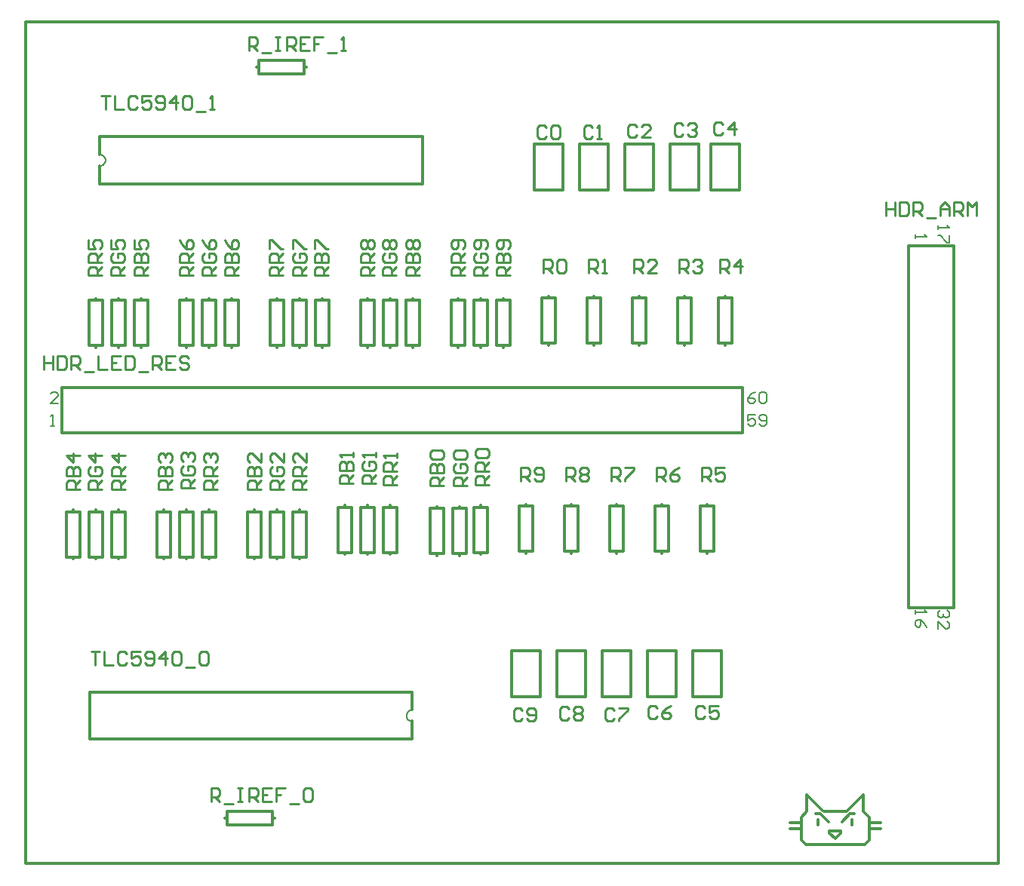
<source format=gto>
%FSTAX23Y23*%
%MOIN*%
%SFA1B1*%

%IPPOS*%
%ADD21C,0.007870*%
%ADD22C,0.012000*%
%ADD23C,0.010000*%
%ADD24C,0.008000*%
%LNtlc5940controlboard-1*%
%LPD*%
G54D21*
X03757Y042D02*
D01*
X03755Y04199*
X03754Y04199*
X03752Y04199*
X0375Y04199*
X03749Y04198*
X03747Y04197*
X03745Y04197*
X03744Y04196*
X03742Y04195*
X03741Y04194*
X0374Y04192*
X03739Y04191*
X03737Y0419*
X03736Y04188*
X03735Y04187*
X03735Y04185*
X03734Y04184*
X03733Y04182*
X03733Y04181*
X03732Y04179*
X03732Y04177*
X03732Y04175*
Y04174*
X03732Y04172*
X03732Y0417*
X03733Y04168*
X03733Y04167*
X03734Y04165*
X03735Y04164*
X03735Y04162*
X03736Y04161*
X03737Y04159*
X03739Y04158*
X0374Y04157*
X03741Y04155*
X03742Y04154*
X03744Y04153*
X03745Y04152*
X03747Y04152*
X03749Y04151*
X0375Y0415*
X03752Y0415*
X03754Y0415*
X03755Y0415*
X03757Y0415*
X02377Y06605D02*
D01*
X02379Y06605*
X0238Y06605*
X02382Y06605*
X02384Y06605*
X02385Y06606*
X02387Y06607*
X02389Y06607*
X0239Y06608*
X02392Y06609*
X02393Y0661*
X02394Y06612*
X02395Y06613*
X02397Y06614*
X02398Y06616*
X02399Y06617*
X02399Y06619*
X024Y0662*
X02401Y06622*
X02401Y06623*
X02402Y06625*
X02402Y06627*
X02402Y06629*
Y0663*
X02402Y06632*
X02402Y06634*
X02401Y06636*
X02401Y06637*
X024Y06639*
X02399Y0664*
X02399Y06642*
X02398Y06643*
X02397Y06645*
X02395Y06646*
X02394Y06647*
X02393Y06649*
X02392Y0665*
X0239Y06651*
X02389Y06652*
X02387Y06652*
X02385Y06653*
X02384Y06654*
X02382Y06654*
X0238Y06654*
X02379Y06654*
X02377Y06655*
G54D22*
X0615Y0465D02*
Y0625D01*
X0595Y0465D02*
X0615D01*
X0595D02*
Y0625D01*
X0615*
X03757Y042D02*
Y04279D01*
Y0407D02*
Y0415D01*
X02332Y0407D02*
Y04279D01*
X03757*
X02332Y0407D02*
X03757D01*
X05077Y06499D02*
Y067D01*
X05202Y06499D02*
Y067D01*
X05077D02*
X05202D01*
X05077Y06499D02*
X05202D01*
X04897D02*
Y067D01*
X05022Y06499D02*
Y067D01*
X04897D02*
X05022D01*
X04897Y06499D02*
X05022D01*
X04697D02*
Y067D01*
X04822Y06499D02*
Y067D01*
X04697D02*
X04822D01*
X04697Y06499D02*
X04822D01*
X04497D02*
Y067D01*
X04622Y06499D02*
Y067D01*
X04497D02*
X04622D01*
X04497Y06499D02*
X04622D01*
X04297D02*
Y067D01*
X04422Y06499D02*
Y067D01*
X04297D02*
X04422D01*
X04297Y06499D02*
X04422D01*
X05122Y04259D02*
Y0446D01*
X04997Y04259D02*
Y0446D01*
Y04259D02*
X05122D01*
X04997Y0446D02*
X05122D01*
X04922Y04259D02*
Y0446D01*
X04797Y04259D02*
Y0446D01*
Y04259D02*
X04922D01*
X04797Y0446D02*
X04922D01*
X04322Y04259D02*
Y0446D01*
X04197Y04259D02*
Y0446D01*
Y04259D02*
X04322D01*
X04197Y0446D02*
X04322D01*
X04522Y04259D02*
Y0446D01*
X04397Y04259D02*
Y0446D01*
Y04259D02*
X04522D01*
X04397Y0446D02*
X04522D01*
X04722Y04259D02*
Y0446D01*
X04597Y04259D02*
Y0446D01*
Y04259D02*
X04722D01*
X04597Y0446D02*
X04722D01*
X0205Y0352D02*
Y0724D01*
X06345*
Y0352D02*
Y0724D01*
X0205Y0352D02*
X06345D01*
X0276Y05801D02*
Y0581D01*
Y0601D02*
Y06019D01*
X0273Y0581D02*
X0276D01*
X0273D02*
Y0601D01*
X0279*
Y0581D02*
Y0601D01*
X0276Y0581D02*
X0279D01*
X0256Y05801D02*
Y0581D01*
Y0601D02*
Y06019D01*
X0253Y0581D02*
X0256D01*
X0253D02*
Y0601D01*
X0259*
Y0581D02*
Y0601D01*
X0256Y0581D02*
X0259D01*
X0246Y05801D02*
Y0581D01*
Y0601D02*
Y06019D01*
X0243Y0581D02*
X0246D01*
X0243D02*
Y0601D01*
X0249*
Y0581D02*
Y0601D01*
X0246Y0581D02*
X0249D01*
X0236Y05801D02*
Y0581D01*
Y0601D02*
Y06019D01*
X0233Y0581D02*
X0236D01*
X0233D02*
Y0601D01*
X0239*
Y0581D02*
Y0601D01*
X0236Y0581D02*
X0239D01*
X0426Y051D02*
Y05109D01*
Y04891D02*
Y049D01*
Y051D02*
X0429D01*
Y049D02*
Y051D01*
X0423Y049D02*
X0429D01*
X0423D02*
Y051D01*
X0426*
X0446D02*
Y05109D01*
Y04891D02*
Y049D01*
Y051D02*
X0449D01*
Y049D02*
Y051D01*
X0443Y049D02*
X0449D01*
X0443D02*
Y051D01*
X0446*
X0466D02*
Y05109D01*
Y04891D02*
Y049D01*
Y051D02*
X0469D01*
Y049D02*
Y051D01*
X0463Y049D02*
X0469D01*
X0463D02*
Y051D01*
X0466*
X0486D02*
Y05109D01*
Y04891D02*
Y049D01*
Y051D02*
X0489D01*
Y049D02*
Y051D01*
X0483Y049D02*
X0489D01*
X0483D02*
Y051D01*
X0486*
X0506D02*
Y05109D01*
Y04891D02*
Y049D01*
Y051D02*
X0509D01*
Y049D02*
Y051D01*
X0503Y049D02*
X0509D01*
X0503D02*
Y051D01*
X0506*
X0514Y05811D02*
Y0582D01*
Y0602D02*
Y06029D01*
X0511Y0582D02*
X0514D01*
X0511D02*
Y0602D01*
X0517*
Y0582D02*
Y0602D01*
X0514Y0582D02*
X0517D01*
X0496Y05811D02*
Y0582D01*
Y0602D02*
Y06029D01*
X0493Y0582D02*
X0496D01*
X0493D02*
Y0602D01*
X0499*
Y0582D02*
Y0602D01*
X0496Y0582D02*
X0499D01*
X0476Y05811D02*
Y0582D01*
Y0602D02*
Y06029D01*
X0473Y0582D02*
X0476D01*
X0473D02*
Y0602D01*
X0479*
Y0582D02*
Y0602D01*
X0476Y0582D02*
X0479D01*
X02931Y0372D02*
X0294D01*
X0314D02*
X03149D01*
X0294D02*
Y0375D01*
X0314*
Y0369D02*
Y0375D01*
X0294Y0369D02*
X0314D01*
X0294D02*
Y0372D01*
X0456Y05811D02*
Y0582D01*
Y0602D02*
Y06029D01*
X0453Y0582D02*
X0456D01*
X0453D02*
Y0602D01*
X0459*
Y0582D02*
Y0602D01*
X0456Y0582D02*
X0459D01*
X0436Y05811D02*
Y0582D01*
Y0602D02*
Y06029D01*
X0433Y0582D02*
X0436D01*
X0433D02*
Y0602D01*
X0439*
Y0582D02*
Y0602D01*
X0436Y0582D02*
X0439D01*
X0221Y05425D02*
X05215D01*
X0221Y05625D02*
X05215D01*
X0221Y05425D02*
Y05625D01*
X05215Y05425D02*
Y05625D01*
X02377Y06525D02*
Y06605D01*
Y06655D02*
Y06734D01*
X03802Y06525D02*
Y06734D01*
X02377Y06525D02*
X03802D01*
X02377Y06734D02*
X03802D01*
X0328Y0704D02*
X03289D01*
X03071D02*
X0308D01*
X0328Y0701D02*
Y0704D01*
X0308Y0701D02*
X0328D01*
X0308D02*
Y0707D01*
X0328*
Y0704D02*
Y0707D01*
X0226Y05075D02*
Y05084D01*
Y04866D02*
Y04875D01*
Y05075D02*
X0229D01*
Y04875D02*
Y05075D01*
X0223Y04875D02*
X0229D01*
X0223D02*
Y05075D01*
X0226*
X0236D02*
Y05084D01*
Y04866D02*
Y04875D01*
Y05075D02*
X0239D01*
Y04875D02*
Y05075D01*
X0233Y04875D02*
X0239D01*
X0233D02*
Y05075D01*
X0236*
X0246D02*
Y05084D01*
Y04866D02*
Y04875D01*
Y05075D02*
X0249D01*
Y04875D02*
Y05075D01*
X0243Y04875D02*
X0249D01*
X0243D02*
Y05075D01*
X0246*
X0266D02*
Y05084D01*
Y04866D02*
Y04875D01*
Y05075D02*
X0269D01*
Y04875D02*
Y05075D01*
X0263Y04875D02*
X0269D01*
X0263D02*
Y05075D01*
X0266*
X0276D02*
Y05084D01*
Y04866D02*
Y04875D01*
Y05075D02*
X0279D01*
Y04875D02*
Y05075D01*
X0273Y04875D02*
X0279D01*
X0273D02*
Y05075D01*
X0276*
X0286D02*
Y05084D01*
Y04866D02*
Y04875D01*
Y05075D02*
X0289D01*
Y04875D02*
Y05075D01*
X0283Y04875D02*
X0289D01*
X0283D02*
Y05075D01*
X0286*
X0306D02*
Y05084D01*
Y04866D02*
Y04875D01*
Y05075D02*
X0309D01*
Y04875D02*
Y05075D01*
X0303Y04875D02*
X0309D01*
X0303D02*
Y05075D01*
X0306*
X0316D02*
Y05084D01*
Y04866D02*
Y04875D01*
Y05075D02*
X0319D01*
Y04875D02*
Y05075D01*
X0313Y04875D02*
X0319D01*
X0313D02*
Y05075D01*
X0316*
X0326D02*
Y05084D01*
Y04866D02*
Y04875D01*
Y05075D02*
X0329D01*
Y04875D02*
Y05075D01*
X0323Y04875D02*
X0329D01*
X0323D02*
Y05075D01*
X0326*
X0346Y05095D02*
Y05104D01*
Y04886D02*
Y04895D01*
Y05095D02*
X0349D01*
Y04895D02*
Y05095D01*
X0343Y04895D02*
X0349D01*
X0343D02*
Y05095D01*
X0346*
X0356D02*
Y05104D01*
Y04886D02*
Y04895D01*
Y05095D02*
X0359D01*
Y04895D02*
Y05095D01*
X0353Y04895D02*
X0359D01*
X0353D02*
Y05095D01*
X0356*
X0366D02*
Y05104D01*
Y04886D02*
Y04895D01*
Y05095D02*
X0369D01*
Y04895D02*
Y05095D01*
X0363Y04895D02*
X0369D01*
X0363D02*
Y05095D01*
X0366*
X03865Y0509D02*
Y05099D01*
Y04881D02*
Y0489D01*
Y0509D02*
X03895D01*
Y0489D02*
Y0509D01*
X03835Y0489D02*
X03895D01*
X03835D02*
Y0509D01*
X03865*
X03965D02*
Y05099D01*
Y04881D02*
Y0489D01*
Y0509D02*
X03995D01*
Y0489D02*
Y0509D01*
X03935Y0489D02*
X03995D01*
X03935D02*
Y0509D01*
X03965*
X0406Y05095D02*
Y05104D01*
Y04886D02*
Y04895D01*
Y05095D02*
X0409D01*
Y04895D02*
Y05095D01*
X0403Y04895D02*
X0409D01*
X0403D02*
Y05095D01*
X0406*
X0416Y05801D02*
Y0581D01*
Y0601D02*
Y06019D01*
X0413Y0581D02*
X0416D01*
X0413D02*
Y0601D01*
X0419*
Y0581D02*
Y0601D01*
X0416Y0581D02*
X0419D01*
X0286Y05801D02*
Y0581D01*
Y0601D02*
Y06019D01*
X0283Y0581D02*
X0286D01*
X0283D02*
Y0601D01*
X0289*
Y0581D02*
Y0601D01*
X0286Y0581D02*
X0289D01*
X0296Y05801D02*
Y0581D01*
Y0601D02*
Y06019D01*
X0293Y0581D02*
X0296D01*
X0293D02*
Y0601D01*
X0299*
Y0581D02*
Y0601D01*
X0296Y0581D02*
X0299D01*
X0316Y05801D02*
Y0581D01*
Y0601D02*
Y06019D01*
X0313Y0581D02*
X0316D01*
X0313D02*
Y0601D01*
X0319*
Y0581D02*
Y0601D01*
X0316Y0581D02*
X0319D01*
X0326Y05801D02*
Y0581D01*
Y0601D02*
Y06019D01*
X0323Y0581D02*
X0326D01*
X0323D02*
Y0601D01*
X0329*
Y0581D02*
Y0601D01*
X0326Y0581D02*
X0329D01*
X0336Y05801D02*
Y0581D01*
Y0601D02*
Y06019D01*
X0333Y0581D02*
X0336D01*
X0333D02*
Y0601D01*
X0339*
Y0581D02*
Y0601D01*
X0336Y0581D02*
X0339D01*
X0356Y05801D02*
Y0581D01*
Y0601D02*
Y06019D01*
X0353Y0581D02*
X0356D01*
X0353D02*
Y0601D01*
X0359*
Y0581D02*
Y0601D01*
X0356Y0581D02*
X0359D01*
X0366Y05801D02*
Y0581D01*
Y0601D02*
Y06019D01*
X0363Y0581D02*
X0366D01*
X0363D02*
Y0601D01*
X0369*
Y0581D02*
Y0601D01*
X0366Y0581D02*
X0369D01*
X0376Y05801D02*
Y0581D01*
Y0601D02*
Y06019D01*
X0373Y0581D02*
X0376D01*
X0373D02*
Y0601D01*
X0379*
Y0581D02*
Y0601D01*
X0376Y0581D02*
X0379D01*
X0396Y05801D02*
Y0581D01*
Y0601D02*
Y06019D01*
X0393Y0581D02*
X0396D01*
X0393D02*
Y0601D01*
X0399*
Y0581D02*
Y0601D01*
X0396Y0581D02*
X0399D01*
X0406Y05801D02*
Y0581D01*
Y0601D02*
Y06019D01*
X0403Y0581D02*
X0406D01*
X0403D02*
Y0601D01*
X0409*
Y0581D02*
Y0601D01*
X0406Y0581D02*
X0409D01*
X0557Y03755D02*
X05575Y0375D01*
X05675*
X0575Y03825*
Y0375D02*
Y03825D01*
Y0375D02*
X05775Y03725D01*
Y03625D02*
Y03725D01*
X05755Y03605D02*
X05775Y03625D01*
X05525Y03605D02*
X05755D01*
X055D02*
X05525D01*
X05495D02*
X055D01*
X05475Y03625D02*
X05495Y03605D01*
X05475Y03625D02*
Y03725D01*
X055Y0375*
X0554Y0374D02*
X0556D01*
X05595Y03705*
X056Y03665D02*
X0565D01*
Y03655D02*
Y03665D01*
X05625Y0363D02*
X0565Y03655D01*
X056D02*
X05625Y0363D01*
X056Y03655D02*
Y03665D01*
X0555Y0369D02*
Y03715D01*
X057Y0369D02*
Y03715D01*
X05655Y03705D02*
X0569Y0374D01*
X0571*
X05775Y037D02*
X05825D01*
X05775Y03675D02*
X05825D01*
X05425Y037D02*
X05475D01*
X05425Y03675D02*
X05475D01*
X055Y03825D02*
X0557Y03755D01*
X055Y0375D02*
Y03825D01*
G54D23*
X0585Y06444D02*
Y06385D01*
Y06414*
X05889*
Y06444*
Y06385*
X05909Y06444D02*
Y06385D01*
X05939*
X05949Y06395*
Y06434*
X05939Y06444*
X05909*
X05969Y06385D02*
Y06444D01*
X05999*
X06009Y06434*
Y06414*
X05999Y06404*
X05969*
X05989D02*
X06009Y06385D01*
X06029Y06375D02*
X06069D01*
X06089Y06385D02*
Y06424D01*
X06109Y06444*
X06129Y06424*
Y06385*
Y06414*
X06089*
X06149Y06385D02*
Y06444D01*
X06179*
X06189Y06434*
Y06414*
X06179Y06404*
X06149*
X06169D02*
X06189Y06385D01*
X06209D02*
Y06444D01*
X06229Y06424*
X06249Y06444*
Y06385*
X02338Y04458D02*
X02377D01*
X02357*
Y04399*
X02397Y04458D02*
Y04399D01*
X02437*
X02497Y04448D02*
X02487Y04458D01*
X02467*
X02457Y04448*
Y04409*
X02467Y04399*
X02487*
X02497Y04409*
X02557Y04458D02*
X02517D01*
Y04428*
X02537Y04438*
X02547*
X02557Y04428*
Y04409*
X02547Y04399*
X02527*
X02517Y04409*
X02577D02*
X02587Y04399D01*
X02607*
X02617Y04409*
Y04448*
X02607Y04458*
X02587*
X02577Y04448*
Y04438*
X02587Y04428*
X02617*
X02667Y04399D02*
Y04458D01*
X02637Y04428*
X02677*
X02697Y04448D02*
X02707Y04458D01*
X02727*
X02737Y04448*
Y04409*
X02727Y04399*
X02707*
X02697Y04409*
Y04448*
X02757Y04389D02*
X02797D01*
X02817Y04448D02*
X02827Y04458D01*
X02847*
X02857Y04448*
Y04409*
X02847Y04399*
X02827*
X02817Y04409*
Y04448*
X04836Y05212D02*
Y05271D01*
X04865*
X04875Y05261*
Y05241*
X04865Y05231*
X04836*
X04855D02*
X04875Y05212D01*
X04935Y05271D02*
X04915Y05261D01*
X04895Y05241*
Y05222*
X04905Y05212*
X04925*
X04935Y05222*
Y05231*
X04925Y05241*
X04895*
X04349Y06774D02*
X04339Y06784D01*
X0432*
X0431Y06774*
Y06735*
X0432Y06725*
X04339*
X04349Y06735*
X04369Y06774D02*
X04379Y06784D01*
X04399*
X04409Y06774*
Y06735*
X04399Y06725*
X04379*
X04369Y06735*
Y06774*
X04554D02*
X04544Y06784D01*
X04525*
X04515Y06774*
Y06735*
X04525Y06725*
X04544*
X04554Y06735*
X04574Y06725D02*
X04594D01*
X04584*
Y06784*
X04574Y06774*
X04749Y06779D02*
X04739Y06789D01*
X0472*
X0471Y06779*
Y0674*
X0472Y0673*
X04739*
X04749Y0674*
X04809Y0673D02*
X04769D01*
X04809Y06769*
Y06779*
X04799Y06789*
X04779*
X04769Y06779*
X04954Y06784D02*
X04944Y06794D01*
X04925*
X04915Y06784*
Y06745*
X04925Y06735*
X04944*
X04954Y06745*
X04974Y06784D02*
X04984Y06794D01*
X05004*
X05014Y06784*
Y06774*
X05004Y06764*
X04994*
X05004*
X05014Y06754*
Y06745*
X05004Y06735*
X04984*
X04974Y06745*
X05129Y06789D02*
X05119Y06799D01*
X051*
X0509Y06789*
Y0675*
X051Y0674*
X05119*
X05129Y0675*
X05179Y0674D02*
Y06799D01*
X05149Y06769*
X05189*
X05049Y04209D02*
X05039Y04219D01*
X0502*
X0501Y04209*
Y0417*
X0502Y0416*
X05039*
X05049Y0417*
X05109Y04219D02*
X05069D01*
Y04189*
X05089Y04199*
X05099*
X05109Y04189*
Y0417*
X05099Y0416*
X05079*
X05069Y0417*
X04839Y04209D02*
X04829Y04219D01*
X0481*
X048Y04209*
Y0417*
X0481Y0416*
X04829*
X04839Y0417*
X04899Y04219D02*
X04879Y04209D01*
X04859Y04189*
Y0417*
X04869Y0416*
X04889*
X04899Y0417*
Y04179*
X04889Y04189*
X04859*
X04649Y04199D02*
X04639Y04209D01*
X0462*
X0461Y04199*
Y0416*
X0462Y0415*
X04639*
X04649Y0416*
X04669Y04209D02*
X04709D01*
Y04199*
X04669Y0416*
Y0415*
X04449Y04204D02*
X04439Y04214D01*
X0442*
X0441Y04204*
Y04165*
X0442Y04155*
X04439*
X04449Y04165*
X04469Y04204D02*
X04479Y04214D01*
X04499*
X04509Y04204*
Y04194*
X04499Y04184*
X04509Y04174*
Y04165*
X04499Y04155*
X04479*
X04469Y04165*
Y04174*
X04479Y04184*
X04469Y04194*
Y04204*
X04479Y04184D02*
X04499D01*
X04244Y04199D02*
X04234Y04209D01*
X04215*
X04205Y04199*
Y0416*
X04215Y0415*
X04234*
X04244Y0416*
X04264D02*
X04274Y0415D01*
X04294*
X04304Y0416*
Y04199*
X04294Y04209*
X04274*
X04264Y04199*
Y04189*
X04274Y04179*
X04304*
X0213Y05764D02*
Y05705D01*
Y05734*
X02169*
Y05764*
Y05705*
X02189Y05764D02*
Y05705D01*
X02219*
X02229Y05715*
Y05754*
X02219Y05764*
X02189*
X02249Y05705D02*
Y05764D01*
X02279*
X02289Y05754*
Y05734*
X02279Y05724*
X02249*
X02269D02*
X02289Y05705D01*
X02309Y05695D02*
X02349D01*
X02369Y05764D02*
Y05705D01*
X02409*
X02469Y05764D02*
X02429D01*
Y05705*
X02469*
X02429Y05734D02*
X02449D01*
X02489Y05764D02*
Y05705D01*
X02519*
X02529Y05715*
Y05754*
X02519Y05764*
X02489*
X02549Y05695D02*
X02589D01*
X02609Y05705D02*
Y05764D01*
X02639*
X02649Y05754*
Y05734*
X02639Y05724*
X02609*
X02629D02*
X02649Y05705D01*
X02709Y05764D02*
X02669D01*
Y05705*
X02709*
X02669Y05734D02*
X02689D01*
X02769Y05754D02*
X02759Y05764D01*
X02739*
X02729Y05754*
Y05744*
X02739Y05734*
X02759*
X02769Y05724*
Y05715*
X02759Y05705*
X02739*
X02729Y05715*
X04336Y06132D02*
Y06191D01*
X04365*
X04375Y06181*
Y06161*
X04365Y06151*
X04336*
X04355D02*
X04375Y06132D01*
X04395Y06181D02*
X04405Y06191D01*
X04425*
X04435Y06181*
Y06142*
X04425Y06132*
X04405*
X04395Y06142*
Y06181*
X04536Y06132D02*
Y06191D01*
X04565*
X04575Y06181*
Y06161*
X04565Y06151*
X04536*
X04555D02*
X04575Y06132D01*
X04595D02*
X04615D01*
X04605*
Y06191*
X04595Y06181*
X04736Y06132D02*
Y06191D01*
X04765*
X04775Y06181*
Y06161*
X04765Y06151*
X04736*
X04755D02*
X04775Y06132D01*
X04835D02*
X04795D01*
X04835Y06171*
Y06181*
X04825Y06191*
X04805*
X04795Y06181*
X04936Y06132D02*
Y06191D01*
X04965*
X04975Y06181*
Y06161*
X04965Y06151*
X04936*
X04955D02*
X04975Y06132D01*
X04995Y06181D02*
X05005Y06191D01*
X05025*
X05035Y06181*
Y06171*
X05025Y06161*
X05015*
X05025*
X05035Y06151*
Y06142*
X05025Y06132*
X05005*
X04995Y06142*
X05116Y06132D02*
Y06191D01*
X05145*
X05155Y06181*
Y06161*
X05145Y06151*
X05116*
X05135D02*
X05155Y06132D01*
X05205D02*
Y06191D01*
X05175Y06161*
X05215*
X05036Y05212D02*
Y05271D01*
X05065*
X05075Y05261*
Y05241*
X05065Y05231*
X05036*
X05055D02*
X05075Y05212D01*
X05135Y05271D02*
X05095D01*
Y05241*
X05115Y05251*
X05125*
X05135Y05241*
Y05222*
X05125Y05212*
X05105*
X05095Y05222*
X04636Y05212D02*
Y05271D01*
X04665*
X04675Y05261*
Y05241*
X04665Y05231*
X04636*
X04655D02*
X04675Y05212D01*
X04695Y05271D02*
X04735D01*
Y05261*
X04695Y05222*
Y05212*
X04436D02*
Y05271D01*
X04465*
X04475Y05261*
Y05241*
X04465Y05231*
X04436*
X04455D02*
X04475Y05212D01*
X04495Y05261D02*
X04505Y05271D01*
X04525*
X04535Y05261*
Y05251*
X04525Y05241*
X04535Y05231*
Y05222*
X04525Y05212*
X04505*
X04495Y05222*
Y05231*
X04505Y05241*
X04495Y05251*
Y05261*
X04505Y05241D02*
X04525D01*
X04236Y05212D02*
Y05271D01*
X04265*
X04275Y05261*
Y05241*
X04265Y05231*
X04236*
X04255D02*
X04275Y05212D01*
X04295Y05222D02*
X04305Y05212D01*
X04325*
X04335Y05222*
Y05261*
X04325Y05271*
X04305*
X04295Y05261*
Y05251*
X04305Y05241*
X04335*
X02868Y03794D02*
Y03853D01*
X02897*
X02907Y03843*
Y03823*
X02897Y03813*
X02868*
X02887D02*
X02907Y03794D01*
X02927Y03784D02*
X02967D01*
X02987Y03853D02*
X03007D01*
X02997*
Y03794*
X02987*
X03007*
X03037D02*
Y03853D01*
X03067*
X03077Y03843*
Y03823*
X03067Y03813*
X03037*
X03057D02*
X03077Y03794D01*
X03137Y03853D02*
X03097D01*
Y03794*
X03137*
X03097Y03823D02*
X03117D01*
X03197Y03853D02*
X03157D01*
Y03823*
X03177*
X03157*
Y03794*
X03217Y03784D02*
X03257D01*
X03277Y03843D02*
X03287Y03853D01*
X03307*
X03317Y03843*
Y03804*
X03307Y03794*
X03287*
X03277Y03804*
Y03843*
X03035Y07115D02*
Y07174D01*
X03064*
X03074Y07164*
Y07144*
X03064Y07134*
X03035*
X03054D02*
X03074Y07115D01*
X03094Y07105D02*
X03134D01*
X03154Y07174D02*
X03174D01*
X03164*
Y07115*
X03154*
X03174*
X03204D02*
Y07174D01*
X03234*
X03244Y07164*
Y07144*
X03234Y07134*
X03204*
X03224D02*
X03244Y07115D01*
X03304Y07174D02*
X03264D01*
Y07115*
X03304*
X03264Y07144D02*
X03284D01*
X03364Y07174D02*
X03324D01*
Y07144*
X03344*
X03324*
Y07115*
X03384Y07105D02*
X03424D01*
X03444Y07115D02*
X03464D01*
X03454*
Y07174*
X03444Y07164*
X03895Y0519D02*
X03835D01*
Y05219*
X03845Y05229*
X03865*
X03875Y05219*
Y0519*
Y05209D02*
X03895Y05229D01*
X03835Y05249D02*
X03895D01*
Y05279*
X03885Y05289*
X03875*
X03865Y05279*
Y05249*
Y05279*
X03855Y05289*
X03845*
X03835Y05279*
Y05249*
X03845Y05309D02*
X03835Y05319D01*
Y05339*
X03845Y05349*
X03885*
X03895Y05339*
Y05319*
X03885Y05309*
X03845*
X03495Y052D02*
X03435D01*
Y05229*
X03445Y05239*
X03465*
X03475Y05229*
Y052*
Y05219D02*
X03495Y05239D01*
X03435Y05259D02*
X03495D01*
Y05289*
X03485Y05299*
X03475*
X03465Y05289*
Y05259*
Y05289*
X03455Y05299*
X03445*
X03435Y05289*
Y05259*
X03495Y05319D02*
Y05339D01*
Y05329*
X03435*
X03445Y05319*
X0309Y05175D02*
X0303D01*
Y05204*
X0304Y05214*
X0306*
X0307Y05204*
Y05175*
Y05194D02*
X0309Y05214D01*
X0303Y05234D02*
X0309D01*
Y05264*
X0308Y05274*
X0307*
X0306Y05264*
Y05234*
Y05264*
X0305Y05274*
X0304*
X0303Y05264*
Y05234*
X0309Y05334D02*
Y05294D01*
X0305Y05334*
X0304*
X0303Y05324*
Y05304*
X0304Y05294*
X02695Y05175D02*
X02635D01*
Y05204*
X02645Y05214*
X02665*
X02675Y05204*
Y05175*
Y05194D02*
X02695Y05214D01*
X02635Y05234D02*
X02695D01*
Y05264*
X02685Y05274*
X02675*
X02665Y05264*
Y05234*
Y05264*
X02655Y05274*
X02645*
X02635Y05264*
Y05234*
X02645Y05294D02*
X02635Y05304D01*
Y05324*
X02645Y05334*
X02655*
X02665Y05324*
Y05314*
Y05324*
X02675Y05334*
X02685*
X02695Y05324*
Y05304*
X02685Y05294*
X0229Y05175D02*
X0223D01*
Y05204*
X0224Y05214*
X0226*
X0227Y05204*
Y05175*
Y05194D02*
X0229Y05214D01*
X0223Y05234D02*
X0229D01*
Y05264*
X0228Y05274*
X0227*
X0226Y05264*
Y05234*
Y05264*
X0225Y05274*
X0224*
X0223Y05264*
Y05234*
X0229Y05324D02*
X0223D01*
X0226Y05294*
Y05334*
X0259Y0612D02*
X0253D01*
Y06149*
X0254Y06159*
X0256*
X0257Y06149*
Y0612*
Y06139D02*
X0259Y06159D01*
X0253Y06179D02*
X0259D01*
Y06209*
X0258Y06219*
X0257*
X0256Y06209*
Y06179*
Y06209*
X0255Y06219*
X0254*
X0253Y06209*
Y06179*
Y06279D02*
Y06239D01*
X0256*
X0255Y06259*
Y06269*
X0256Y06279*
X0258*
X0259Y06269*
Y06249*
X0258Y06239*
X0299Y0612D02*
X0293D01*
Y06149*
X0294Y06159*
X0296*
X0297Y06149*
Y0612*
Y06139D02*
X0299Y06159D01*
X0293Y06179D02*
X0299D01*
Y06209*
X0298Y06219*
X0297*
X0296Y06209*
Y06179*
Y06209*
X0295Y06219*
X0294*
X0293Y06209*
Y06179*
Y06279D02*
X0294Y06259D01*
X0296Y06239*
X0298*
X0299Y06249*
Y06269*
X0298Y06279*
X0297*
X0296Y06269*
Y06239*
X03385Y0612D02*
X03325D01*
Y06149*
X03335Y06159*
X03355*
X03365Y06149*
Y0612*
Y06139D02*
X03385Y06159D01*
X03325Y06179D02*
X03385D01*
Y06209*
X03375Y06219*
X03365*
X03355Y06209*
Y06179*
Y06209*
X03345Y06219*
X03335*
X03325Y06209*
Y06179*
Y06239D02*
Y06279D01*
X03335*
X03375Y06239*
X03385*
X0379Y0612D02*
X0373D01*
Y06149*
X0374Y06159*
X0376*
X0377Y06149*
Y0612*
Y06139D02*
X0379Y06159D01*
X0373Y06179D02*
X0379D01*
Y06209*
X0378Y06219*
X0377*
X0376Y06209*
Y06179*
Y06209*
X0375Y06219*
X0374*
X0373Y06209*
Y06179*
X0374Y06239D02*
X0373Y06249D01*
Y06269*
X0374Y06279*
X0375*
X0376Y06269*
X0377Y06279*
X0378*
X0379Y06269*
Y06249*
X0378Y06239*
X0377*
X0376Y06249*
X0375Y06239*
X0374*
X0376Y06249D02*
Y06269D01*
X0419Y0612D02*
X0413D01*
Y06149*
X0414Y06159*
X0416*
X0417Y06149*
Y0612*
Y06139D02*
X0419Y06159D01*
X0413Y06179D02*
X0419D01*
Y06209*
X0418Y06219*
X0417*
X0416Y06209*
Y06179*
Y06209*
X0415Y06219*
X0414*
X0413Y06209*
Y06179*
X0418Y06239D02*
X0419Y06249D01*
Y06269*
X0418Y06279*
X0414*
X0413Y06269*
Y06249*
X0414Y06239*
X0415*
X0416Y06249*
Y06279*
X04Y0519D02*
X0394D01*
Y05219*
X0395Y05229*
X0397*
X0398Y05219*
Y0519*
Y05209D02*
X04Y05229D01*
X0395Y05289D02*
X0394Y05279D01*
Y05259*
X0395Y05249*
X0399*
X04Y05259*
Y05279*
X0399Y05289*
X0397*
Y05269*
X0395Y05309D02*
X0394Y05319D01*
Y05339*
X0395Y05349*
X0399*
X04Y05339*
Y05319*
X0399Y05309*
X0395*
X03595Y052D02*
X03535D01*
Y05229*
X03545Y05239*
X03565*
X03575Y05229*
Y052*
Y05219D02*
X03595Y05239D01*
X03545Y05299D02*
X03535Y05289D01*
Y05269*
X03545Y05259*
X03585*
X03595Y05269*
Y05289*
X03585Y05299*
X03565*
Y05279*
X03595Y05319D02*
Y05339D01*
Y05329*
X03535*
X03545Y05319*
X0319Y05175D02*
X0313D01*
Y05204*
X0314Y05214*
X0316*
X0317Y05204*
Y05175*
Y05194D02*
X0319Y05214D01*
X0314Y05274D02*
X0313Y05264D01*
Y05244*
X0314Y05234*
X0318*
X0319Y05244*
Y05264*
X0318Y05274*
X0316*
Y05254*
X0319Y05334D02*
Y05294D01*
X0315Y05334*
X0314*
X0313Y05324*
Y05304*
X0314Y05294*
X02795Y0518D02*
X02735D01*
Y05209*
X02745Y05219*
X02765*
X02775Y05209*
Y0518*
Y05199D02*
X02795Y05219D01*
X02745Y05279D02*
X02735Y05269D01*
Y05249*
X02745Y05239*
X02785*
X02795Y05249*
Y05269*
X02785Y05279*
X02765*
Y05259*
X02745Y05299D02*
X02735Y05309D01*
Y05329*
X02745Y05339*
X02755*
X02765Y05329*
Y05319*
Y05329*
X02775Y05339*
X02785*
X02795Y05329*
Y05309*
X02785Y05299*
X02385Y05175D02*
X02325D01*
Y05204*
X02335Y05214*
X02355*
X02365Y05204*
Y05175*
Y05194D02*
X02385Y05214D01*
X02335Y05274D02*
X02325Y05264D01*
Y05244*
X02335Y05234*
X02375*
X02385Y05244*
Y05264*
X02375Y05274*
X02355*
Y05254*
X02385Y05324D02*
X02325D01*
X02355Y05294*
Y05334*
X02485Y0612D02*
X02425D01*
Y06149*
X02435Y06159*
X02455*
X02465Y06149*
Y0612*
Y06139D02*
X02485Y06159D01*
X02435Y06219D02*
X02425Y06209D01*
Y06189*
X02435Y06179*
X02475*
X02485Y06189*
Y06209*
X02475Y06219*
X02455*
Y06199*
X02425Y06279D02*
Y06239D01*
X02455*
X02445Y06259*
Y06269*
X02455Y06279*
X02475*
X02485Y06269*
Y06249*
X02475Y06239*
X0289Y0612D02*
X0283D01*
Y06149*
X0284Y06159*
X0286*
X0287Y06149*
Y0612*
Y06139D02*
X0289Y06159D01*
X0284Y06219D02*
X0283Y06209D01*
Y06189*
X0284Y06179*
X0288*
X0289Y06189*
Y06209*
X0288Y06219*
X0286*
Y06199*
X0283Y06279D02*
X0284Y06259D01*
X0286Y06239*
X0288*
X0289Y06249*
Y06269*
X0288Y06279*
X0287*
X0286Y06269*
Y06239*
X0329Y0612D02*
X0323D01*
Y06149*
X0324Y06159*
X0326*
X0327Y06149*
Y0612*
Y06139D02*
X0329Y06159D01*
X0324Y06219D02*
X0323Y06209D01*
Y06189*
X0324Y06179*
X0328*
X0329Y06189*
Y06209*
X0328Y06219*
X0326*
Y06199*
X0323Y06239D02*
Y06279D01*
X0324*
X0328Y06239*
X0329*
X03685Y0612D02*
X03625D01*
Y06149*
X03635Y06159*
X03655*
X03665Y06149*
Y0612*
Y06139D02*
X03685Y06159D01*
X03635Y06219D02*
X03625Y06209D01*
Y06189*
X03635Y06179*
X03675*
X03685Y06189*
Y06209*
X03675Y06219*
X03655*
Y06199*
X03635Y06239D02*
X03625Y06249D01*
Y06269*
X03635Y06279*
X03645*
X03655Y06269*
X03665Y06279*
X03675*
X03685Y06269*
Y06249*
X03675Y06239*
X03665*
X03655Y06249*
X03645Y06239*
X03635*
X03655Y06249D02*
Y06269D01*
X0409Y0612D02*
X0403D01*
Y06149*
X0404Y06159*
X0406*
X0407Y06149*
Y0612*
Y06139D02*
X0409Y06159D01*
X0404Y06219D02*
X0403Y06209D01*
Y06189*
X0404Y06179*
X0408*
X0409Y06189*
Y06209*
X0408Y06219*
X0406*
Y06199*
X0408Y06239D02*
X0409Y06249D01*
Y06269*
X0408Y06279*
X0404*
X0403Y06269*
Y06249*
X0404Y06239*
X0405*
X0406Y06249*
Y06279*
X04095Y05195D02*
X04035D01*
Y05224*
X04045Y05234*
X04065*
X04075Y05224*
Y05195*
Y05214D02*
X04095Y05234D01*
Y05254D02*
X04035D01*
Y05284*
X04045Y05294*
X04065*
X04075Y05284*
Y05254*
Y05274D02*
X04095Y05294D01*
X04045Y05314D02*
X04035Y05324D01*
Y05344*
X04045Y05354*
X04085*
X04095Y05344*
Y05324*
X04085Y05314*
X04045*
X0369Y05195D02*
X0363D01*
Y05224*
X0364Y05234*
X0366*
X0367Y05224*
Y05195*
Y05214D02*
X0369Y05234D01*
Y05254D02*
X0363D01*
Y05284*
X0364Y05294*
X0366*
X0367Y05284*
Y05254*
Y05274D02*
X0369Y05294D01*
Y05314D02*
Y05334D01*
Y05324*
X0363*
X0364Y05314*
X0329Y05175D02*
X0323D01*
Y05204*
X0324Y05214*
X0326*
X0327Y05204*
Y05175*
Y05194D02*
X0329Y05214D01*
Y05234D02*
X0323D01*
Y05264*
X0324Y05274*
X0326*
X0327Y05264*
Y05234*
Y05254D02*
X0329Y05274D01*
Y05334D02*
Y05294D01*
X0325Y05334*
X0324*
X0323Y05324*
Y05304*
X0324Y05294*
X02895Y05175D02*
X02835D01*
Y05204*
X02845Y05214*
X02865*
X02875Y05204*
Y05175*
Y05194D02*
X02895Y05214D01*
Y05234D02*
X02835D01*
Y05264*
X02845Y05274*
X02865*
X02875Y05264*
Y05234*
Y05254D02*
X02895Y05274D01*
X02845Y05294D02*
X02835Y05304D01*
Y05324*
X02845Y05334*
X02855*
X02865Y05324*
Y05314*
Y05324*
X02875Y05334*
X02885*
X02895Y05324*
Y05304*
X02885Y05294*
X0249Y05175D02*
X0243D01*
Y05204*
X0244Y05214*
X0246*
X0247Y05204*
Y05175*
Y05194D02*
X0249Y05214D01*
Y05234D02*
X0243D01*
Y05264*
X0244Y05274*
X0246*
X0247Y05264*
Y05234*
Y05254D02*
X0249Y05274D01*
Y05324D02*
X0243D01*
X0246Y05294*
Y05334*
X02385Y0612D02*
X02325D01*
Y06149*
X02335Y06159*
X02355*
X02365Y06149*
Y0612*
Y06139D02*
X02385Y06159D01*
Y06179D02*
X02325D01*
Y06209*
X02335Y06219*
X02355*
X02365Y06209*
Y06179*
Y06199D02*
X02385Y06219D01*
X02325Y06279D02*
Y06239D01*
X02355*
X02345Y06259*
Y06269*
X02355Y06279*
X02375*
X02385Y06269*
Y06249*
X02375Y06239*
X0279Y0612D02*
X0273D01*
Y06149*
X0274Y06159*
X0276*
X0277Y06149*
Y0612*
Y06139D02*
X0279Y06159D01*
Y06179D02*
X0273D01*
Y06209*
X0274Y06219*
X0276*
X0277Y06209*
Y06179*
Y06199D02*
X0279Y06219D01*
X0273Y06279D02*
X0274Y06259D01*
X0276Y06239*
X0278*
X0279Y06249*
Y06269*
X0278Y06279*
X0277*
X0276Y06269*
Y06239*
X03185Y0612D02*
X03125D01*
Y06149*
X03135Y06159*
X03155*
X03165Y06149*
Y0612*
Y06139D02*
X03185Y06159D01*
Y06179D02*
X03125D01*
Y06209*
X03135Y06219*
X03155*
X03165Y06209*
Y06179*
Y06199D02*
X03185Y06219D01*
X03125Y06239D02*
Y06279D01*
X03135*
X03175Y06239*
X03185*
X0359Y0612D02*
X0353D01*
Y06149*
X0354Y06159*
X0356*
X0357Y06149*
Y0612*
Y06139D02*
X0359Y06159D01*
Y06179D02*
X0353D01*
Y06209*
X0354Y06219*
X0356*
X0357Y06209*
Y06179*
Y06199D02*
X0359Y06219D01*
X0354Y06239D02*
X0353Y06249D01*
Y06269*
X0354Y06279*
X0355*
X0356Y06269*
X0357Y06279*
X0358*
X0359Y06269*
Y06249*
X0358Y06239*
X0357*
X0356Y06249*
X0355Y06239*
X0354*
X0356Y06249D02*
Y06269D01*
X0399Y0612D02*
X0393D01*
Y06149*
X0394Y06159*
X0396*
X0397Y06149*
Y0612*
Y06139D02*
X0399Y06159D01*
Y06179D02*
X0393D01*
Y06209*
X0394Y06219*
X0396*
X0397Y06209*
Y06179*
Y06199D02*
X0399Y06219D01*
X0398Y06239D02*
X0399Y06249D01*
Y06269*
X0398Y06279*
X0394*
X0393Y06269*
Y06249*
X0394Y06239*
X0395*
X0396Y06249*
Y06279*
X02383Y06913D02*
X02422D01*
X02402*
Y06854*
X02442Y06913D02*
Y06854D01*
X02482*
X02542Y06903D02*
X02532Y06913D01*
X02512*
X02502Y06903*
Y06864*
X02512Y06854*
X02532*
X02542Y06864*
X02602Y06913D02*
X02562D01*
Y06883*
X02582Y06893*
X02592*
X02602Y06883*
Y06864*
X02592Y06854*
X02572*
X02562Y06864*
X02622D02*
X02632Y06854D01*
X02652*
X02662Y06864*
Y06903*
X02652Y06913*
X02632*
X02622Y06903*
Y06893*
X02632Y06883*
X02662*
X02712Y06854D02*
Y06913D01*
X02682Y06883*
X02722*
X02742Y06903D02*
X02752Y06913D01*
X02772*
X02782Y06903*
Y06864*
X02772Y06854*
X02752*
X02742Y06864*
Y06903*
X02802Y06844D02*
X02842D01*
X02862Y06854D02*
X02882D01*
X02872*
Y06913*
X02862Y06903*
G54D24*
X0608Y0634D02*
Y06323D01*
Y06331*
X06129*
X06121Y0634*
X06129Y06298D02*
Y06265D01*
X06121*
X06088Y06298*
X0608*
X0598Y063D02*
Y06283D01*
Y06291*
X06029*
X06021Y063*
X0598Y0464D02*
Y04623D01*
Y04631*
X06029*
X06021Y0464*
X06029Y04565D02*
X06021Y04581D01*
X06004Y04598*
X05988*
X0598Y0459*
Y04573*
X05988Y04565*
X05996*
X06004Y04573*
Y04598*
X06121Y0464D02*
X06129Y04631D01*
Y04615*
X06121Y04606*
X06113*
X06104Y04615*
Y04623*
Y04615*
X06096Y04606*
X06088*
X0608Y04615*
Y04631*
X06088Y0464*
X0608Y04556D02*
Y0459D01*
X06113Y04556*
X06121*
X06129Y04565*
Y04581*
X06121Y0459*
X05273Y05604D02*
X05256Y05596D01*
X0524Y05579*
Y05563*
X05248Y05555*
X05264*
X05273Y05563*
Y05571*
X05264Y05579*
X0524*
X05289Y05596D02*
X05298Y05604D01*
X05314*
X05323Y05596*
Y05563*
X05314Y05555*
X05298*
X05289Y05563*
Y05596*
X05273Y05504D02*
X0524D01*
Y05479*
X05256Y05488*
X05264*
X05273Y05479*
Y05463*
X05264Y05455*
X05248*
X0524Y05463*
X05289D02*
X05298Y05455D01*
X05314*
X05323Y05463*
Y05496*
X05314Y05504*
X05298*
X05289Y05496*
Y05488*
X05298Y05479*
X05323*
X0216Y05455D02*
X02176D01*
X02168*
Y05504*
X0216Y05496*
X02193Y05555D02*
X0216D01*
X02193Y05588*
Y05596*
X02184Y05604*
X02168*
X0216Y05596*
M02*
</source>
